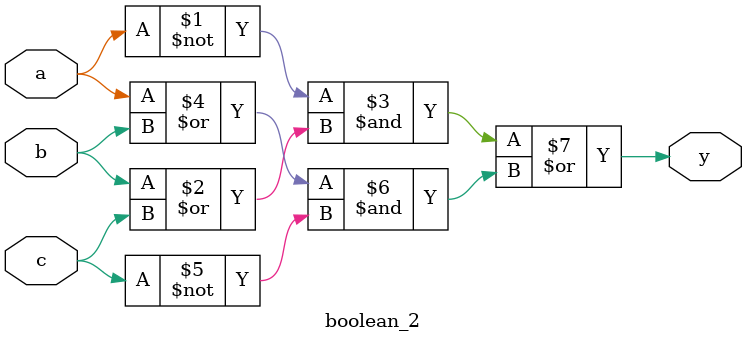
<source format=v>
`timescale 1ns / 1ps

module boolean_2(

    input a, b, c,
    output y

    );
    
    assign y = ((~a)&(b|c))|((a|b)&(~c));
endmodule

</source>
